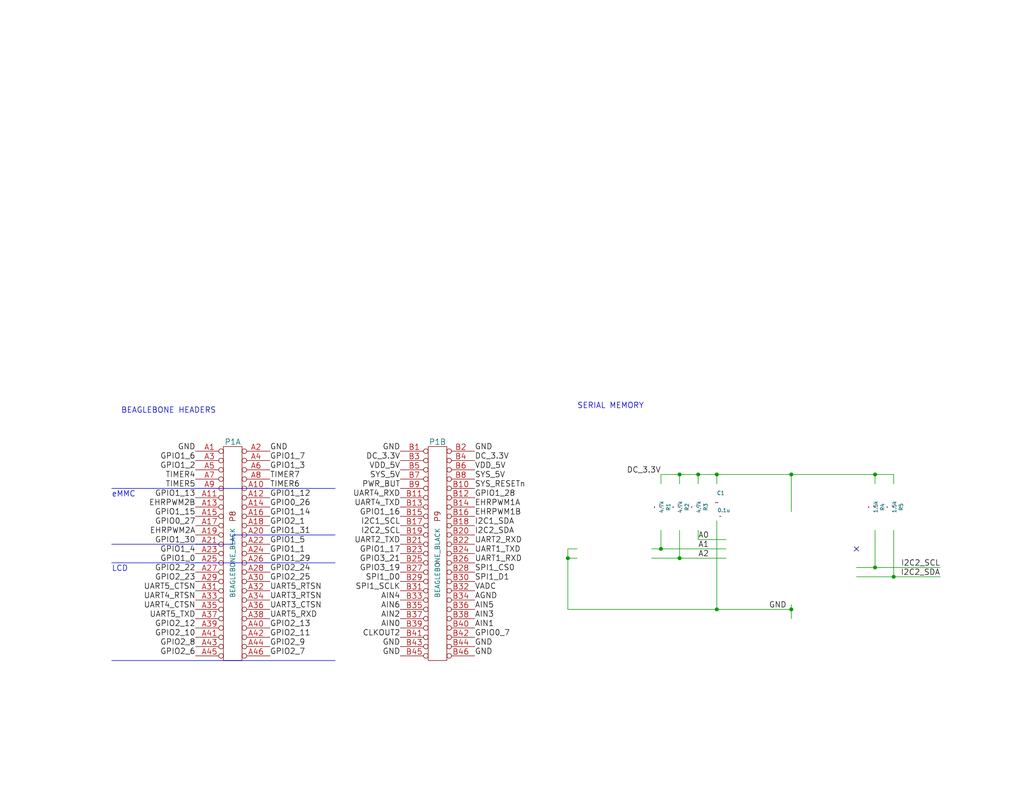
<source format=kicad_sch>
(kicad_sch (version 20230121) (generator eeschema)
  (paper "A")
  (title_block (title "BeagleBone Black Cape") (date "18 apr 2014") (rev "1.0"))
  (lib_symbols
    (symbol "beagleboard:BEAGLEBONE_BLACK" (pin_names (offset 0.254) hide)
      (property "Reference" "P" (at 0 33.02 0))
      (property "Value" "BEAGLEBONE_BLACK" (at 0 0 90))
      (symbol "BEAGLEBONE_BLACK_0_1"
        (rectangle (start -2.54 31.75) (end 2.54 -26.67))
      )
      (symbol "BEAGLEBONE_BLACK_1_0"
        (text "P8" (at 0 12.7 900) (effects (font (size 1.524 1.524))))
      )
      (symbol "BEAGLEBONE_BLACK_1_1"
        (pin passive inverted (at -10.16 30.48 0) (length 7.62) (name "GND") (number "A1"))
        (pin passive inverted (at 10.16 20.32 180) (length 7.62) (name "P10") (number "A10"))
        (pin passive inverted (at -10.16 17.78 0) (length 7.62) (name "P11") (number "A11"))
        (pin passive inverted (at 10.16 17.78 180) (length 7.62) (name "P12") (number "A12"))
        (pin passive inverted (at -10.16 15.24 0) (length 7.62) (name "P13") (number "A13"))
        (pin passive inverted (at 10.16 15.24 180) (length 7.62) (name "P14") (number "A14"))
        (pin passive inverted (at -10.16 12.7 0) (length 7.62) (name "P15") (number "A15"))
        (pin passive inverted (at 10.16 12.7 180) (length 7.62) (name "P16") (number "A16"))
        (pin passive inverted (at -10.16 10.16 0) (length 7.62) (name "P17") (number "A17"))
        (pin passive inverted (at 10.16 10.16 180) (length 7.62) (name "P18") (number "A18"))
        (pin passive inverted (at -10.16 7.62 0) (length 7.62) (name "P19") (number "A19"))
        (pin passive inverted (at 10.16 30.48 180) (length 7.62) (name "P2") (number "A2"))
        (pin passive inverted (at 10.16 7.62 180) (length 7.62) (name "P20") (number "A20"))
        (pin passive inverted (at -10.16 5.08 0) (length 7.62) (name "P21") (number "A21"))
        (pin passive inverted (at 10.16 5.08 180) (length 7.62) (name "P22") (number "A22"))
        (pin input inverted (at -10.16 2.54 0) (length 7.62) (name "P23") (number "A23"))
        (pin passive inverted (at 10.16 2.54 180) (length 7.62) (name "P24") (number "A24"))
        (pin input inverted (at -10.16 0 0) (length 7.62) (name "P25") (number "A25"))
        (pin passive inverted (at 10.16 0 180) (length 7.62) (name "P26") (number "A26"))
        (pin passive inverted (at -10.16 -2.54 0) (length 7.62) (name "P27") (number "A27"))
        (pin passive inverted (at 10.16 -2.54 180) (length 7.62) (name "AP28") (number "A28"))
        (pin passive inverted (at -10.16 -5.08 0) (length 7.62) (name "P29") (number "A29"))
        (pin passive inverted (at -10.16 27.94 0) (length 7.62) (name "P3") (number "A3"))
        (pin passive inverted (at 10.16 -5.08 180) (length 7.62) (name "P30") (number "A30"))
        (pin passive inverted (at -10.16 -7.62 0) (length 7.62) (name "P31") (number "A31"))
        (pin passive inverted (at 10.16 -7.62 180) (length 7.62) (name "P32") (number "A32"))
        (pin passive inverted (at -10.16 -10.16 0) (length 7.62) (name "P33") (number "A33"))
        (pin passive inverted (at 10.16 -10.16 180) (length 7.62) (name "P34") (number "A34"))
        (pin passive inverted (at -10.16 -12.7 0) (length 7.62) (name "P35") (number "A35"))
        (pin passive inverted (at 10.16 -12.7 180) (length 7.62) (name "P36") (number "A36"))
        (pin passive inverted (at -10.16 -15.24 0) (length 7.62) (name "P37") (number "A37"))
        (pin passive inverted (at 10.16 -15.24 180) (length 7.62) (name "P38") (number "A38"))
        (pin passive inverted (at -10.16 -17.78 0) (length 7.62) (name "P39") (number "A39"))
        (pin passive inverted (at 10.16 27.94 180) (length 7.62) (name "P4") (number "A4"))
        (pin passive inverted (at 10.16 -17.78 180) (length 7.62) (name "P40") (number "A40"))
        (pin passive inverted (at -10.16 -20.32 0) (length 7.62) (name "P41") (number "A41"))
        (pin passive inverted (at 10.16 -20.32 180) (length 7.62) (name "P42") (number "A42"))
        (pin passive inverted (at -10.16 -22.86 0) (length 7.62) (name "P43") (number "A43"))
        (pin passive inverted (at 10.16 -22.86 180) (length 7.62) (name "P44") (number "A44"))
        (pin passive inverted (at -10.16 -25.4 0) (length 7.62) (name "P45") (number "A45"))
        (pin passive inverted (at 10.16 -25.4 180) (length 7.62) (name "P46") (number "A46"))
        (pin passive inverted (at -10.16 25.4 0) (length 7.62) (name "P5") (number "A5"))
        (pin passive inverted (at 10.16 25.4 180) (length 7.62) (name "P6") (number "A6"))
        (pin passive inverted (at -10.16 22.86 0) (length 7.62) (name "P7") (number "A7"))
        (pin passive inverted (at 10.16 22.86 180) (length 7.62) (name "P8") (number "A8"))
        (pin passive inverted (at -10.16 20.32 0) (length 7.62) (name "P9") (number "A9"))
      )
      (symbol "BEAGLEBONE_BLACK_2_0"
        (text "P9" (at 0 12.7 900) (effects (font (size 1.524 1.524))))
      )
      (symbol "BEAGLEBONE_BLACK_2_1"
        (pin passive inverted (at -10.16 30.48 0) (length 7.62) (name "GND") (number "B1"))
        (pin passive inverted (at 10.16 20.32 180) (length 7.62) (name "P10") (number "B10"))
        (pin passive inverted (at -10.16 17.78 0) (length 7.62) (name "B11") (number "B11"))
        (pin passive inverted (at 10.16 17.78 180) (length 7.62) (name "P12") (number "B12"))
        (pin passive inverted (at -10.16 15.24 0) (length 7.62) (name "P13") (number "B13"))
        (pin passive inverted (at 10.16 15.24 180) (length 7.62) (name "P14") (number "B14"))
        (pin passive inverted (at -10.16 12.7 0) (length 7.62) (name "P15") (number "B15"))
        (pin passive inverted (at 10.16 12.7 180) (length 7.62) (name "P16") (number "B16"))
        (pin passive inverted (at -10.16 10.16 0) (length 7.62) (name "P17") (number "B17"))
        (pin passive inverted (at 10.16 10.16 180) (length 7.62) (name "P18") (number "B18"))
        (pin passive inverted (at -10.16 7.62 0) (length 7.62) (name "P19") (number "B19"))
        (pin passive inverted (at 10.16 30.48 180) (length 7.62) (name "P2") (number "B2"))
        (pin passive inverted (at 10.16 7.62 180) (length 7.62) (name "P20") (number "B20"))
        (pin passive inverted (at -10.16 5.08 0) (length 7.62) (name "P21") (number "B21"))
        (pin passive inverted (at 10.16 5.08 180) (length 7.62) (name "P22") (number "B22"))
        (pin input inverted (at -10.16 2.54 0) (length 7.62) (name "P23") (number "B23"))
        (pin passive inverted (at 10.16 2.54 180) (length 7.62) (name "P24") (number "B24"))
        (pin input inverted (at -10.16 0 0) (length 7.62) (name "P25") (number "B25"))
        (pin passive inverted (at 10.16 0 180) (length 7.62) (name "P26") (number "B26"))
        (pin passive inverted (at -10.16 -2.54 0) (length 7.62) (name "P27") (number "B27"))
        (pin passive inverted (at 10.16 -2.54 180) (length 7.62) (name "AP28") (number "B28"))
        (pin passive inverted (at -10.16 -5.08 0) (length 7.62) (name "P29") (number "B29"))
        (pin passive inverted (at -10.16 27.94 0) (length 7.62) (name "~") (number "B3"))
        (pin passive inverted (at 10.16 -5.08 180) (length 7.62) (name "P30") (number "B30"))
        (pin passive inverted (at -10.16 -7.62 0) (length 7.62) (name "P31") (number "B31"))
        (pin passive inverted (at 10.16 -7.62 180) (length 7.62) (name "P32") (number "B32"))
        (pin passive inverted (at -10.16 -10.16 0) (length 7.62) (name "P33") (number "B33"))
        (pin passive inverted (at 10.16 -10.16 180) (length 7.62) (name "P34") (number "B34"))
        (pin passive inverted (at -10.16 -12.7 0) (length 7.62) (name "P35") (number "B35"))
        (pin passive inverted (at 10.16 -12.7 180) (length 7.62) (name "P36") (number "B36"))
        (pin passive inverted (at -10.16 -15.24 0) (length 7.62) (name "P37") (number "B37"))
        (pin passive inverted (at 10.16 -15.24 180) (length 7.62) (name "P38") (number "B38"))
        (pin passive inverted (at -10.16 -17.78 0) (length 7.62) (name "P39") (number "B39"))
        (pin passive inverted (at 10.16 27.94 180) (length 7.62) (name "P4") (number "B4"))
        (pin passive inverted (at 10.16 -17.78 180) (length 7.62) (name "P40") (number "B40"))
        (pin passive inverted (at -10.16 -20.32 0) (length 7.62) (name "P41") (number "B41"))
        (pin passive inverted (at 10.16 -20.32 180) (length 7.62) (name "P42") (number "B42"))
        (pin passive inverted (at -10.16 -22.86 0) (length 7.62) (name "P43") (number "B43"))
        (pin passive inverted (at 10.16 -22.86 180) (length 7.62) (name "P44") (number "B44"))
        (pin passive inverted (at -10.16 -25.4 0) (length 7.62) (name "P45") (number "B45"))
        (pin passive inverted (at 10.16 -25.4 180) (length 7.62) (name "P46") (number "B46"))
        (pin passive inverted (at -10.16 25.4 0) (length 7.62) (name "P5") (number "B5"))
        (pin passive inverted (at 10.16 25.4 180) (length 7.62) (name "P6") (number "B6"))
        (pin passive inverted (at -10.16 22.86 0) (length 7.62) (name "P7") (number "B7"))
        (pin passive inverted (at 10.16 22.86 180) (length 7.62) (name "P8") (number "B8"))
        (pin passive inverted (at -10.16 20.32 0) (length 7.62) (name "P9") (number "B9"))
      )
    )
  )
  (junction (at 190.5 129.54))
  (junction (at 180.34 149.86))
  (junction (at 185.42 152.4))
  (junction (at 195.58 129.54))
  (junction (at 215.9 129.54))
  (junction (at 215.9 166.37))
  (junction (at 243.84 157.48))
  (junction (at 185.42 129.54))
  (junction (at 238.76 154.94))
  (junction (at 154.94 152.4))
  (junction (at 238.76 129.54))
  (junction (at 195.58 166.37))
  (no_connect (at 233.68 149.86))
  (wire (pts (xy 233.68 157.48) (xy 243.84 157.48)))
  (wire (pts (xy 190.5 129.54) (xy 190.5 132.08)))
  (wire (pts (xy 215.9 129.54) (xy 215.9 139.7)))
  (wire (pts (xy 190.5 144.78) (xy 190.5 147.32)))
  (wire (pts (xy 195.58 129.54) (xy 195.58 132.08)))
  (wire (pts (xy 195.58 166.37) (xy 195.58 142.24)))
  (wire (pts (xy 154.94 166.37) (xy 195.58 166.37)))
  (wire (pts (xy 177.8 152.4) (xy 185.42 152.4)))
  (polyline (pts (xy 30.48 148.59) (xy 63.5 148.59)))
  (wire (pts (xy 215.9 166.37) (xy 215.9 168.91)))
  (wire (pts (xy 238.76 129.54) (xy 238.76 132.08)))
  (wire (pts (xy 154.94 149.86) (xy 154.94 152.4)))
  (wire (pts (xy 177.8 149.86) (xy 180.34 149.86)))
  (wire (pts (xy 190.5 129.54) (xy 195.58 129.54)))
  (wire (pts (xy 154.94 152.4) (xy 154.94 166.37)))
  (wire (pts (xy 243.84 129.54) (xy 243.84 132.08)))
  (wire (pts (xy 243.84 157.48) (xy 256.54 157.48)))
  (wire (pts (xy 195.58 166.37) (xy 215.9 166.37)))
  (wire (pts (xy 238.76 129.54) (xy 243.84 129.54)))
  (wire (pts (xy 185.42 129.54) (xy 185.42 132.08)))
  (wire (pts (xy 157.48 152.4) (xy 154.94 152.4)))
  (polyline (pts (xy 63.5 146.05) (xy 91.44 146.05)))
  (wire (pts (xy 238.76 144.78) (xy 238.76 154.94)))
  (wire (pts (xy 243.84 144.78) (xy 243.84 157.48)))
  (polyline (pts (xy 30.48 153.67) (xy 91.44 153.67)))
  (wire (pts (xy 154.94 149.86) (xy 157.48 149.86)))
  (wire (pts (xy 185.42 129.54) (xy 190.5 129.54)))
  (wire (pts (xy 215.9 129.54) (xy 238.76 129.54)))
  (wire (pts (xy 180.34 129.54) (xy 185.42 129.54)))
  (wire (pts (xy 180.34 149.86) (xy 198.12 149.86)))
  (wire (pts (xy 185.42 144.78) (xy 185.42 152.4)))
  (polyline (pts (xy 30.48 180.34) (xy 91.44 180.34)))
  (wire (pts (xy 233.68 154.94) (xy 238.76 154.94)))
  (wire (pts (xy 180.34 129.54) (xy 180.34 132.08)))
  (wire (pts (xy 215.9 165.1) (xy 215.9 166.37)))
  (polyline (pts (xy 63.5 148.59) (xy 63.5 146.05)))
  (wire (pts (xy 238.76 154.94) (xy 256.54 154.94)))
  (wire (pts (xy 185.42 152.4) (xy 198.12 152.4)))
  (polyline (pts (xy 30.48 133.35) (xy 91.44 133.35)))
  (wire (pts (xy 190.5 147.32) (xy 198.12 147.32)))
  (wire (pts (xy 180.34 144.78) (xy 180.34 149.86)))
  (wire (pts (xy 195.58 129.54) (xy 215.9 129.54)))
  (text "LCD" (at 30.48 156.21 0) (effects (font (size 1.524 1.524)) (justify left bottom)))
  (text "SERIAL MEMORY" (at 157.48 111.76 0) (effects (font (size 1.524 1.524)) (justify left bottom)))
  (text "BEAGLEBONE HEADERS" (at 33.02 113.03 0) (effects (font (size 1.524 1.524)) (justify left bottom)))
  (text "eMMC" (at 30.48 135.89 0) (effects (font (size 1.524 1.524)) (justify left bottom)))
  (label "UART4_TXD" (at 109.22 138.43 180) (effects (font (size 1.524 1.524))))
  (label "GPIO1_15" (at 53.34 140.97 180) (effects (font (size 1.524 1.524))))
  (label "GPIO3_21" (at 109.22 153.67 180) (effects (font (size 1.524 1.524))))
  (label "GPIO2_13" (at 73.66 171.45 0) (effects (font (size 1.524 1.524))))
  (label "GPIO2_12" (at 53.34 171.45 180) (effects (font (size 1.524 1.524))))
  (label "VADC" (at 129.54 161.29 0) (effects (font (size 1.524 1.524))))
  (label "SPI1_D0" (at 109.22 158.75 180) (effects (font (size 1.524 1.524))))
  (label "GND" (at 109.22 123.19 180) (effects (font (size 1.524 1.524))))
  (label "UART2_RXD" (at 129.54 148.59 0) (effects (font (size 1.524 1.524))))
  (label "UART3_CTSN" (at 73.66 166.37 0) (effects (font (size 1.524 1.524))))
  (label "GPIO1_1" (at 73.66 151.13 0) (effects (font (size 1.524 1.524))))
  (label "GND" (at 109.22 176.53 180) (effects (font (size 1.524 1.524))))
  (label "AIN3" (at 129.54 168.91 0) (effects (font (size 1.524 1.524))))
  (label "GPIO2_10" (at 53.34 173.99 180) (effects (font (size 1.524 1.524))))
  (label "AGND" (at 129.54 163.83 0) (effects (font (size 1.524 1.524))))
  (label "GPIO2_1" (at 73.66 143.51 0) (effects (font (size 1.524 1.524))))
  (label "GND" (at 73.66 123.19 0) (effects (font (size 1.524 1.524))))
  (label "GPIO1_2" (at 53.34 128.27 180) (effects (font (size 1.524 1.524))))
  (label "AIN0" (at 109.22 171.45 180) (effects (font (size 1.524 1.524))))
  (label "GND" (at 53.34 123.19 180) (effects (font (size 1.524 1.524))))
  (label "UART5_RTSN" (at 73.66 161.29 0) (effects (font (size 1.524 1.524))))
  (label "SYS_5V" (at 129.54 130.81 0) (effects (font (size 1.524 1.524))))
  (label "GPIO2_22" (at 53.34 156.21 180) (effects (font (size 1.524 1.524))))
  (label "UART4_CTSN" (at 53.34 166.37 180) (effects (font (size 1.524 1.524))))
  (label "EHRPWM2A" (at 53.34 146.05 180) (effects (font (size 1.524 1.524))))
  (label "UART1_RXD" (at 129.54 153.67 0) (effects (font (size 1.524 1.524))))
  (label "GPIO1_3" (at 73.66 128.27 0) (effects (font (size 1.524 1.524))))
  (label "SPI1_SCLK" (at 109.22 161.29 180) (effects (font (size 1.524 1.524))))
  (label "DC_3.3V" (at 180.34 129.54 180) (effects (font (size 1.524 1.524))))
  (label "UART4_RXD" (at 109.22 135.89 180) (effects (font (size 1.524 1.524))))
  (label "AIN4" (at 109.22 163.83 180) (effects (font (size 1.524 1.524))))
  (label "EHRPWM1A" (at 129.54 138.43 0) (effects (font (size 1.524 1.524))))
  (label "TIMER6" (at 73.66 133.35 0) (effects (font (size 1.524 1.524))))
  (label "GPIO3_19" (at 109.22 156.21 180) (effects (font (size 1.524 1.524))))
  (label "GND" (at 214.63 166.37 180) (effects (font (size 1.524 1.524))))
  (label "GPIO0_27" (at 53.34 143.51 180) (effects (font (size 1.524 1.524))))
  (label "GND" (at 129.54 176.53 0) (effects (font (size 1.524 1.524))))
  (label "GND" (at 129.54 179.07 0) (effects (font (size 1.524 1.524))))
  (label "GPIO0_7" (at 129.54 173.99 0) (effects (font (size 1.524 1.524))))
  (label "UART1_TXD" (at 129.54 151.13 0) (effects (font (size 1.524 1.524))))
  (label "GPIO1_0" (at 53.34 153.67 180) (effects (font (size 1.524 1.524))))
  (label "DC_3.3V" (at 129.54 125.73 0) (effects (font (size 1.524 1.524))))
  (label "GPIO1_29" (at 73.66 153.67 0) (effects (font (size 1.524 1.524))))
  (label "GPIO2_8" (at 53.34 176.53 180) (effects (font (size 1.524 1.524))))
  (label "TIMER7" (at 73.66 130.81 0) (effects (font (size 1.524 1.524))))
  (label "PWR_BUT" (at 109.22 133.35 180) (effects (font (size 1.524 1.524))))
  (label "GPIO1_13" (at 53.34 135.89 180) (effects (font (size 1.524 1.524))))
  (label "A0" (at 190.5 147.32 0) (effects (font (size 1.524 1.524))))
  (label "GPIO1_4" (at 53.34 151.13 180) (effects (font (size 1.524 1.524))))
  (label "GPIO1_17" (at 109.22 151.13 180) (effects (font (size 1.524 1.524))))
  (label "I2C2_SDA" (at 129.54 146.05 0) (effects (font (size 1.524 1.524))))
  (label "EHRPWM1B" (at 129.54 140.97 0) (effects (font (size 1.524 1.524))))
  (label "I2C2_SCL" (at 256.54 154.94 180) (effects (font (size 1.524 1.524))))
  (label "GPIO1_14" (at 73.66 140.97 0) (effects (font (size 1.524 1.524))))
  (label "SPI1_D1" (at 129.54 158.75 0) (effects (font (size 1.524 1.524))))
  (label "I2C2_SCL" (at 109.22 146.05 180) (effects (font (size 1.524 1.524))))
  (label "GPIO0_26" (at 73.66 138.43 0) (effects (font (size 1.524 1.524))))
  (label "TIMER4" (at 53.34 130.81 180) (effects (font (size 1.524 1.524))))
  (label "GPIO2_25" (at 73.66 158.75 0) (effects (font (size 1.524 1.524))))
  (label "GPIO2_24" (at 73.66 156.21 0) (effects (font (size 1.524 1.524))))
  (label "UART5_RXD" (at 73.66 168.91 0) (effects (font (size 1.524 1.524))))
  (label "SYS_5V" (at 109.22 130.81 180) (effects (font (size 1.524 1.524))))
  (label "SPI1_CS0" (at 129.54 156.21 0) (effects (font (size 1.524 1.524))))
  (label "GPIO1_12" (at 73.66 135.89 0) (effects (font (size 1.524 1.524))))
  (label "A2" (at 190.5 152.4 0) (effects (font (size 1.524 1.524))))
  (label "CLKOUT2" (at 109.22 173.99 180) (effects (font (size 1.524 1.524))))
  (label "UART5_CTSN" (at 53.34 161.29 180) (effects (font (size 1.524 1.524))))
  (label "TIMER5" (at 53.34 133.35 180) (effects (font (size 1.524 1.524))))
  (label "GPIO1_7" (at 73.66 125.73 0) (effects (font (size 1.524 1.524))))
  (label "VDD_5V" (at 109.22 128.27 180) (effects (font (size 1.524 1.524))))
  (label "GPIO1_31" (at 73.66 146.05 0) (effects (font (size 1.524 1.524))))
  (label "DC_3.3V" (at 109.22 125.73 180) (effects (font (size 1.524 1.524))))
  (label "SYS_RESETn" (at 129.54 133.35 0) (effects (font (size 1.524 1.524))))
  (label "UART3_RTSN" (at 73.66 163.83 0) (effects (font (size 1.524 1.524))))
  (label "I2C2_SDA" (at 256.54 157.48 180) (effects (font (size 1.524 1.524))))
  (label "GPIO1_5" (at 73.66 148.59 0) (effects (font (size 1.524 1.524))))
  (label "AIN2" (at 109.22 168.91 180) (effects (font (size 1.524 1.524))))
  (label "I2C1_SCL" (at 109.22 143.51 180) (effects (font (size 1.524 1.524))))
  (label "UART5_TXD" (at 53.34 168.91 180) (effects (font (size 1.524 1.524))))
  (label "EHRPWM2B" (at 53.34 138.43 180) (effects (font (size 1.524 1.524))))
  (label "GPIO2_7" (at 73.66 179.07 0) (effects (font (size 1.524 1.524))))
  (label "VDD_5V" (at 129.54 128.27 0) (effects (font (size 1.524 1.524))))
  (label "AIN5" (at 129.54 166.37 0) (effects (font (size 1.524 1.524))))
  (label "AIN1" (at 129.54 171.45 0) (effects (font (size 1.524 1.524))))
  (label "A1" (at 190.5 149.86 0) (effects (font (size 1.524 1.524))))
  (label "GND" (at 109.22 179.07 180) (effects (font (size 1.524 1.524))))
  (label "GPIO2_23" (at 53.34 158.75 180) (effects (font (size 1.524 1.524))))
  (label "GPIO1_6" (at 53.34 125.73 180) (effects (font (size 1.524 1.524))))
  (label "GPIO1_16" (at 109.22 140.97 180) (effects (font (size 1.524 1.524))))
  (label "UART4_RTSN" (at 53.34 163.83 180) (effects (font (size 1.524 1.524))))
  (label "I2C1_SDA" (at 129.54 143.51 0) (effects (font (size 1.524 1.524))))
  (label "GPIO1_30" (at 53.34 148.59 180) (effects (font (size 1.524 1.524))))
  (label "GPIO1_28" (at 129.54 135.89 0) (effects (font (size 1.524 1.524))))
  (label "GPIO2_11" (at 73.66 173.99 0) (effects (font (size 1.524 1.524))))
  (label "AIN6" (at 109.22 166.37 180) (effects (font (size 1.524 1.524))))
  (label "GPIO2_9" (at 73.66 176.53 0) (effects (font (size 1.524 1.524))))
  (label "UART2_TXD" (at 109.22 148.59 180) (effects (font (size 1.524 1.524))))
  (label "GPIO2_6" (at 53.34 179.07 180) (effects (font (size 1.524 1.524))))
  (label "GND" (at 129.54 123.19 0) (effects (font (size 1.524 1.524))))
  (symbol (lib_id "24C16") (at 215.9 152.4 0) (unit 1)
    (property "Reference" "U1" (at 219.71 143.51 0) (effects (font (size 1.524 1.524))))
    (property "Value" "24C16" (at 220.98 161.29 0) (effects (font (size 1.524 1.524))))
  )
  (symbol (lib_id "R") (at 190.5 138.43 0) (unit 1)
    (property "Reference" "R3" (at 192.532 138.43 90) (effects (font (size 1.016 1.016))))
    (property "Value" "4.7k" (at 190.6778 138.4046 90) (effects (font (size 1.016 1.016))))
    (property "Footprint" "~" (at 188.722 138.43 90) (effects (font (size 0.762 0.762))))
    (property "Datasheet" "~" (at 190.5 138.43 0) (effects (font (size 0.762 0.762))))
  )
  (symbol (lib_id "R") (at 185.42 138.43 0) (unit 1)
    (property "Reference" "R2" (at 187.452 138.43 90) (effects (font (size 1.016 1.016))))
    (property "Value" "4.7k" (at 185.5978 138.4046 90) (effects (font (size 1.016 1.016))))
    (property "Footprint" "~" (at 183.642 138.43 90) (effects (font (size 0.762 0.762))))
    (property "Datasheet" "~" (at 185.42 138.43 0) (effects (font (size 0.762 0.762))))
  )
  (symbol (lib_id "R") (at 180.34 138.43 0) (unit 1)
    (property "Reference" "R1" (at 182.372 138.43 90) (effects (font (size 1.016 1.016))))
    (property "Value" "4.7k" (at 180.5178 138.4046 90) (effects (font (size 1.016 1.016))))
    (property "Footprint" "~" (at 178.562 138.43 90) (effects (font (size 0.762 0.762))))
    (property "Datasheet" "~" (at 180.34 138.43 0) (effects (font (size 0.762 0.762))))
  )
  (symbol (lib_id "R") (at 238.76 138.43 0) (unit 1)
    (property "Reference" "R4" (at 240.792 138.43 90) (effects (font (size 1.016 1.016))))
    (property "Value" "1.5k" (at 238.9378 138.4046 90) (effects (font (size 1.016 1.016))))
    (property "Footprint" "~" (at 236.982 138.43 90) (effects (font (size 0.762 0.762))))
    (property "Datasheet" "~" (at 238.76 138.43 0) (effects (font (size 0.762 0.762))))
  )
  (symbol (lib_id "R") (at 243.84 138.43 0) (unit 1)
    (property "Reference" "R5" (at 245.872 138.43 90) (effects (font (size 1.016 1.016))))
    (property "Value" "1.5k" (at 244.0178 138.4046 90) (effects (font (size 1.016 1.016))))
    (property "Footprint" "~" (at 242.062 138.43 90) (effects (font (size 0.762 0.762))))
    (property "Datasheet" "~" (at 243.84 138.43 0) (effects (font (size 0.762 0.762))))
  )
  (symbol (lib_id "C") (at 195.58 137.16 0) (unit 1)
    (property "Reference" "C1" (at 195.58 134.62 0) (effects (font (size 1.016 1.016)) (justify left)))
    (property "Value" "0.1u" (at 195.7324 139.319 0) (effects (font (size 1.016 1.016)) (justify left)))
    (property "Footprint" "~" (at 196.5452 140.97 0) (effects (font (size 0.762 0.762))))
    (property "Datasheet" "~" (at 195.58 137.16 0) (effects (font (size 1.524 1.524))))
  )
  (symbol (lib_id "GND") (at 215.9 168.91 0) (unit 1)
    (property "Reference" "#PWR01" (effects hide))
    (property "Value" "GND" (effects hide))
  )
  (symbol (lib_id "beagleboard:BEAGLEBONE_BLACK") (at 63.5 153.67 0) (unit 1)
    (property "Reference" "P1" (at 63.5 120.65 0) (effects (font (size 1.524 1.524))))
    (property "Value" "BEAGLEBONE_BLACK" (at 63.5 153.67 90))
    (property "Footprint" "~" (at 63.5 153.67 0) (effects (font (size 1.524 1.524))))
    (property "Datasheet" "~" (at 63.5 153.67 0) (effects (font (size 1.524 1.524))))
  )
  (symbol (lib_id "beagleboard:BEAGLEBONE_BLACK") (at 119.38 153.67 0) (unit 2)
    (property "Reference" "P1" (at 119.38 120.65 0) (effects (font (size 1.524 1.524))))
    (property "Value" "BEAGLEBONE_BLACK" (at 119.38 153.67 90))
    (property "Footprint" "~" (at 119.38 153.67 0) (effects (font (size 1.524 1.524))))
    (property "Datasheet" "~" (at 119.38 153.67 0) (effects (font (size 1.524 1.524))))
  )
  (symbol (lib_id "CONN_2X2") (at 167.64 151.13 0) (unit 1)
    (property "Reference" "J1" (at 167.64 147.32 0))
    (property "Value" "CONN_2X2" (at 167.894 154.432 0) (effects (font (size 1.016 1.016))))
  )
)
</source>
